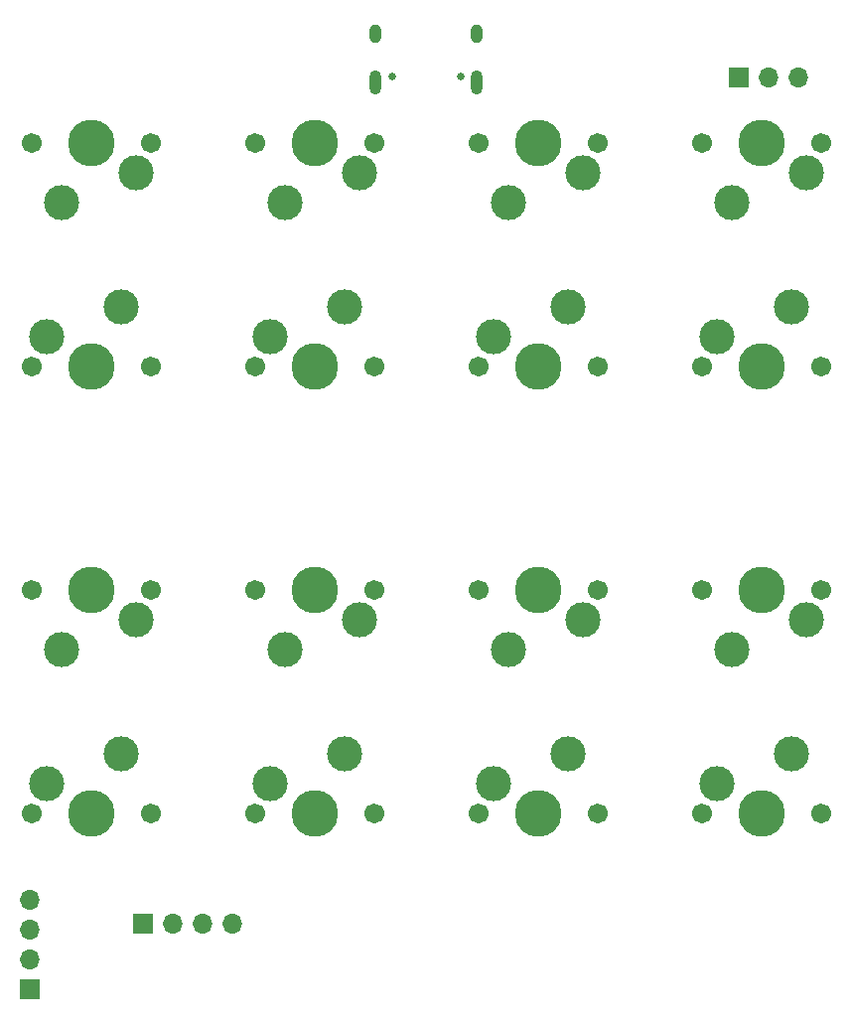
<source format=gbr>
G04 #@! TF.GenerationSoftware,KiCad,Pcbnew,(5.1.2)-2*
G04 #@! TF.CreationDate,2020-01-16T16:08:25+08:00*
G04 #@! TF.ProjectId,wingxx-receiver-v4,77696e67-7878-42d7-9265-636569766572,rev?*
G04 #@! TF.SameCoordinates,Original*
G04 #@! TF.FileFunction,Soldermask,Top*
G04 #@! TF.FilePolarity,Negative*
%FSLAX46Y46*%
G04 Gerber Fmt 4.6, Leading zero omitted, Abs format (unit mm)*
G04 Created by KiCad (PCBNEW (5.1.2)-2) date 2020-01-16 16:08:25*
%MOMM*%
%LPD*%
G04 APERTURE LIST*
%ADD10O,1.700000X1.700000*%
%ADD11R,1.700000X1.700000*%
%ADD12C,0.650000*%
%ADD13O,1.000000X2.100000*%
%ADD14O,1.000000X1.600000*%
%ADD15C,1.701800*%
%ADD16C,3.987800*%
%ADD17C,3.000000*%
G04 APERTURE END LIST*
D10*
X97790000Y-135636000D03*
X95250000Y-135636000D03*
X92710000Y-135636000D03*
D11*
X90170000Y-135636000D03*
D12*
X117190000Y-63400000D03*
X111410000Y-63400000D03*
D13*
X109980000Y-63930000D03*
X118620000Y-63930000D03*
D14*
X109980000Y-59750000D03*
X118620000Y-59750000D03*
D10*
X146050000Y-63500000D03*
X143510000Y-63500000D03*
D11*
X140970000Y-63500000D03*
D10*
X80518000Y-133604000D03*
X80518000Y-136144000D03*
X80518000Y-138684000D03*
D11*
X80518000Y-141224000D03*
D15*
X137795000Y-126206000D03*
X147955000Y-126206000D03*
D16*
X142875000Y-126206000D03*
D17*
X139065000Y-123666000D03*
X145415000Y-121126000D03*
D15*
X118745000Y-126206000D03*
X128905000Y-126206000D03*
D16*
X123825000Y-126206000D03*
D17*
X120015000Y-123666000D03*
X126365000Y-121126000D03*
D15*
X99695000Y-126206000D03*
X109855000Y-126206000D03*
D16*
X104775000Y-126206000D03*
D17*
X100965000Y-123666000D03*
X107315000Y-121126000D03*
D15*
X80645000Y-126206000D03*
X90805000Y-126206000D03*
D16*
X85725000Y-126206000D03*
D17*
X81915000Y-123666000D03*
X88265000Y-121126000D03*
D15*
X147955000Y-107156000D03*
X137795000Y-107156000D03*
D16*
X142875000Y-107156000D03*
D17*
X146685000Y-109696000D03*
X140335000Y-112236000D03*
D15*
X128905000Y-107156000D03*
X118745000Y-107156000D03*
D16*
X123825000Y-107156000D03*
D17*
X127635000Y-109696000D03*
X121285000Y-112236000D03*
D15*
X109855000Y-107156000D03*
X99695000Y-107156000D03*
D16*
X104775000Y-107156000D03*
D17*
X108585000Y-109696000D03*
X102235000Y-112236000D03*
D15*
X90805000Y-107156000D03*
X80645000Y-107156000D03*
D16*
X85725000Y-107156000D03*
D17*
X89535000Y-109696000D03*
X83185000Y-112236000D03*
D15*
X137795000Y-88106200D03*
X147955000Y-88106200D03*
D16*
X142875000Y-88106200D03*
D17*
X139065000Y-85566200D03*
X145415000Y-83026200D03*
D15*
X118745000Y-88106200D03*
X128905000Y-88106200D03*
D16*
X123825000Y-88106200D03*
D17*
X120015000Y-85566200D03*
X126365000Y-83026200D03*
D15*
X99695000Y-88106200D03*
X109855000Y-88106200D03*
D16*
X104775000Y-88106200D03*
D17*
X100965000Y-85566200D03*
X107315000Y-83026200D03*
D15*
X80645000Y-88106200D03*
X90805000Y-88106200D03*
D16*
X85725000Y-88106200D03*
D17*
X81915000Y-85566200D03*
X88265000Y-83026200D03*
D15*
X147955000Y-69056200D03*
X137795000Y-69056200D03*
D16*
X142875000Y-69056200D03*
D17*
X146685000Y-71596200D03*
X140335000Y-74136200D03*
D15*
X128905000Y-69056200D03*
X118745000Y-69056200D03*
D16*
X123825000Y-69056200D03*
D17*
X127635000Y-71596200D03*
X121285000Y-74136200D03*
D15*
X109855000Y-69056200D03*
X99695000Y-69056200D03*
D16*
X104775000Y-69056200D03*
D17*
X108585000Y-71596200D03*
X102235000Y-74136200D03*
D15*
X90805000Y-69056200D03*
X80645000Y-69056200D03*
D16*
X85725000Y-69056200D03*
D17*
X89535000Y-71596200D03*
X83185000Y-74136200D03*
M02*

</source>
